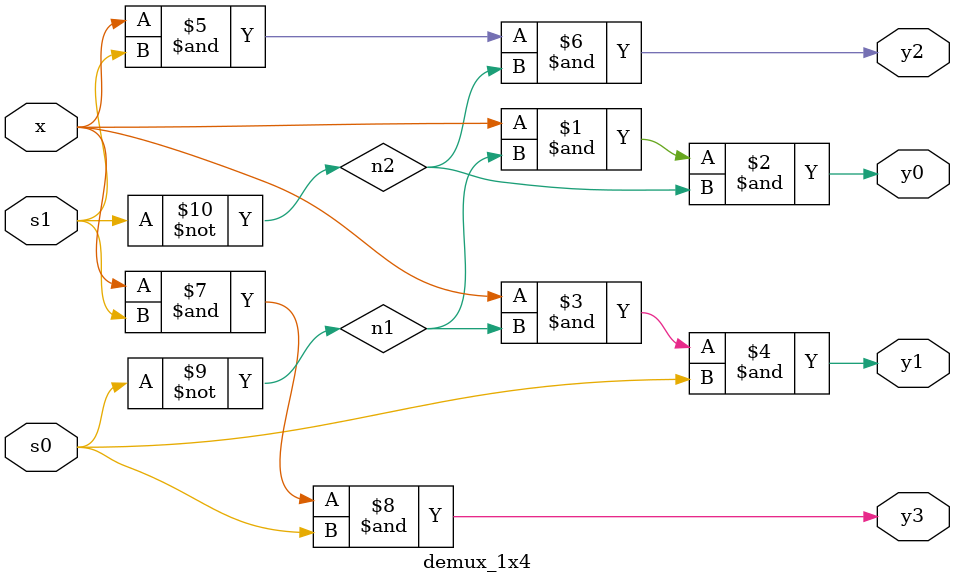
<source format=v>
`timescale 1ns / 1ps
module demux_1x4(x,s1,s0,y0,y1,y2,y3);
    input x,s1,s0;
    output y0,y1,y2,y3;
    wire n1,n2;
    
    not x1(n1,s0);
    not x2(n2,s1);
    
    and x3(y0,x,n1,n2);
    and x4(y1,x,n1,s0);
    and x5(y2,x,s1,n2);
    and x6(y3,x,s1,s0);
endmodule

</source>
